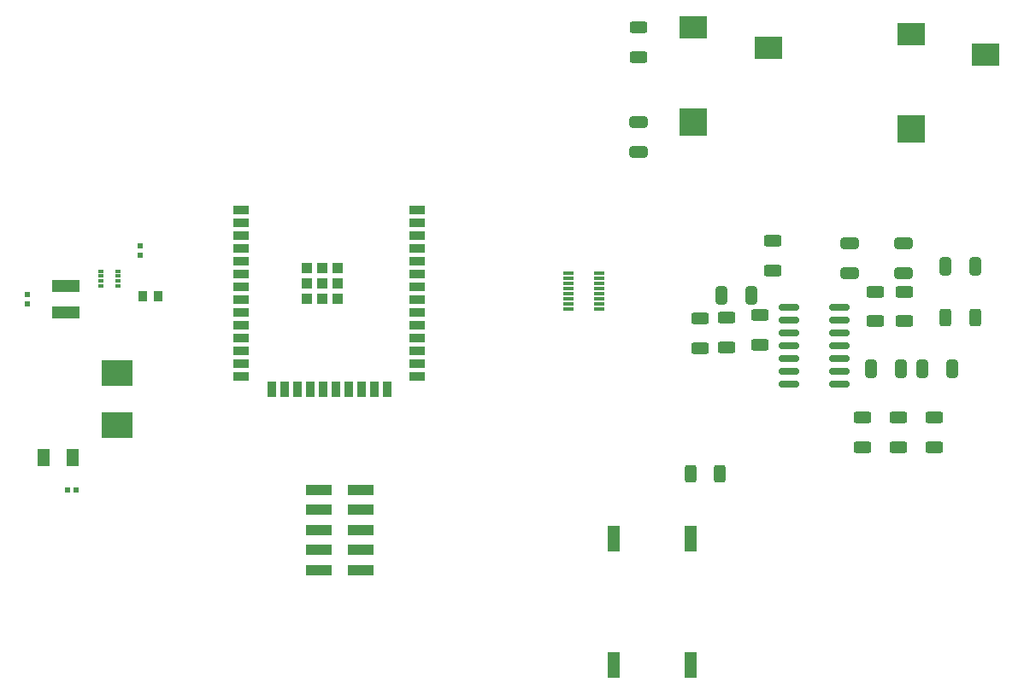
<source format=gbr>
%TF.GenerationSoftware,KiCad,Pcbnew,(6.0.11)*%
%TF.CreationDate,2023-02-28T10:49:06-05:00*%
%TF.ProjectId,RDNT_PCB,52444e54-5f50-4434-922e-6b696361645f,rev?*%
%TF.SameCoordinates,Original*%
%TF.FileFunction,Paste,Top*%
%TF.FilePolarity,Positive*%
%FSLAX46Y46*%
G04 Gerber Fmt 4.6, Leading zero omitted, Abs format (unit mm)*
G04 Created by KiCad (PCBNEW (6.0.11)) date 2023-02-28 10:49:06*
%MOMM*%
%LPD*%
G01*
G04 APERTURE LIST*
G04 Aperture macros list*
%AMRoundRect*
0 Rectangle with rounded corners*
0 $1 Rounding radius*
0 $2 $3 $4 $5 $6 $7 $8 $9 X,Y pos of 4 corners*
0 Add a 4 corners polygon primitive as box body*
4,1,4,$2,$3,$4,$5,$6,$7,$8,$9,$2,$3,0*
0 Add four circle primitives for the rounded corners*
1,1,$1+$1,$2,$3*
1,1,$1+$1,$4,$5*
1,1,$1+$1,$6,$7*
1,1,$1+$1,$8,$9*
0 Add four rect primitives between the rounded corners*
20,1,$1+$1,$2,$3,$4,$5,0*
20,1,$1+$1,$4,$5,$6,$7,0*
20,1,$1+$1,$6,$7,$8,$9,0*
20,1,$1+$1,$8,$9,$2,$3,0*%
G04 Aperture macros list end*
%ADD10RoundRect,0.250000X0.625000X-0.312500X0.625000X0.312500X-0.625000X0.312500X-0.625000X-0.312500X0*%
%ADD11RoundRect,0.250000X-0.325000X-0.650000X0.325000X-0.650000X0.325000X0.650000X-0.325000X0.650000X0*%
%ADD12R,2.580000X1.000000*%
%ADD13R,0.540000X0.600000*%
%ADD14R,1.200000X2.500000*%
%ADD15R,3.149600X2.565400*%
%ADD16R,1.500000X0.900000*%
%ADD17R,0.900000X1.500000*%
%ADD18R,1.050000X1.050000*%
%ADD19RoundRect,0.250000X0.650000X-0.325000X0.650000X0.325000X-0.650000X0.325000X-0.650000X-0.325000X0*%
%ADD20R,2.720000X1.260000*%
%ADD21R,2.800000X2.200000*%
%ADD22R,2.800000X2.800000*%
%ADD23RoundRect,0.250000X0.312500X0.625000X-0.312500X0.625000X-0.312500X-0.625000X0.312500X-0.625000X0*%
%ADD24RoundRect,0.250000X0.325000X0.650000X-0.325000X0.650000X-0.325000X-0.650000X0.325000X-0.650000X0*%
%ADD25R,0.860000X0.980000*%
%ADD26RoundRect,0.250000X-0.650000X0.325000X-0.650000X-0.325000X0.650000X-0.325000X0.650000X0.325000X0*%
%ADD27RoundRect,0.250000X-0.625000X0.312500X-0.625000X-0.312500X0.625000X-0.312500X0.625000X0.312500X0*%
%ADD28RoundRect,0.150000X0.825000X0.150000X-0.825000X0.150000X-0.825000X-0.150000X0.825000X-0.150000X0*%
%ADD29R,0.600000X0.510000*%
%ADD30R,1.250000X1.820000*%
%ADD31R,0.977900X0.304800*%
%ADD32R,0.600000X0.540000*%
%ADD33R,0.475000X0.300000*%
G04 APERTURE END LIST*
D10*
%TO.C,R12*%
X144857199Y-106445901D03*
X144857199Y-103520901D03*
%TD*%
D11*
%TO.C,C7*%
X146962199Y-101223401D03*
X149912199Y-101223401D03*
%TD*%
D12*
%TO.C,J3*%
X111252000Y-128492000D03*
X107082000Y-128492000D03*
X111252000Y-126492000D03*
X107082000Y-126492000D03*
X111252000Y-124492000D03*
X107082000Y-124492000D03*
X111252000Y-122492000D03*
X107082000Y-122492000D03*
X111252000Y-120492000D03*
X107082000Y-120492000D03*
%TD*%
D13*
%TO.C,C_inx1*%
X82194200Y-120524200D03*
X83058200Y-120524200D03*
%TD*%
D14*
%TO.C,SW1*%
X143916400Y-137872800D03*
X143916400Y-125372800D03*
X136296400Y-137872800D03*
X136296400Y-125372800D03*
%TD*%
D15*
%TO.C,L1*%
X87122000Y-114071400D03*
X87122000Y-108940600D03*
%TD*%
D10*
%TO.C,R1*%
X160985200Y-116295900D03*
X160985200Y-113370900D03*
%TD*%
D16*
%TO.C,U2*%
X99372000Y-92736000D03*
X99372000Y-94006000D03*
X99372000Y-95276000D03*
X99372000Y-96546000D03*
X99372000Y-97816000D03*
X99372000Y-99086000D03*
X99372000Y-100356000D03*
X99372000Y-101626000D03*
X99372000Y-102896000D03*
X99372000Y-104166000D03*
X99372000Y-105436000D03*
X99372000Y-106706000D03*
X99372000Y-107976000D03*
X99372000Y-109246000D03*
D17*
X102412000Y-110496000D03*
X103682000Y-110496000D03*
X104952000Y-110496000D03*
X106222000Y-110496000D03*
X107492000Y-110496000D03*
X108762000Y-110496000D03*
X110032000Y-110496000D03*
X111302000Y-110496000D03*
X112572000Y-110496000D03*
X113842000Y-110496000D03*
D16*
X116872000Y-109246000D03*
X116872000Y-107976000D03*
X116872000Y-106706000D03*
X116872000Y-105436000D03*
X116872000Y-104166000D03*
X116872000Y-102896000D03*
X116872000Y-101626000D03*
X116872000Y-100356000D03*
X116872000Y-99086000D03*
X116872000Y-97816000D03*
X116872000Y-96546000D03*
X116872000Y-95276000D03*
X116872000Y-94006000D03*
X116872000Y-92736000D03*
D18*
X107442000Y-100076000D03*
X105917000Y-101601000D03*
X107442000Y-98551000D03*
X105917000Y-98551000D03*
X105917000Y-100076000D03*
X108967000Y-98551000D03*
X108967000Y-100076000D03*
X107442000Y-101601000D03*
X108967000Y-101601000D03*
%TD*%
D19*
%TO.C,C5*%
X138750000Y-84047000D03*
X138750000Y-86997000D03*
%TD*%
D10*
%TO.C,R3*%
X164541200Y-116295900D03*
X164541200Y-113370900D03*
%TD*%
D20*
%TO.C,C_out1*%
X82042000Y-102930000D03*
X82042000Y-100270000D03*
%TD*%
D21*
%TO.C,J1*%
X173143400Y-77317800D03*
X165743400Y-75317800D03*
D22*
X165743400Y-84717800D03*
%TD*%
D23*
%TO.C,R9*%
X146843900Y-118922800D03*
X143918900Y-118922800D03*
%TD*%
D10*
%TO.C,R6*%
X147523200Y-106389900D03*
X147523200Y-103464900D03*
%TD*%
D24*
%TO.C,C6*%
X172112200Y-98323400D03*
X169162200Y-98323400D03*
%TD*%
D25*
%TO.C,R_fbt1*%
X91189000Y-101346000D03*
X89659000Y-101346000D03*
%TD*%
D23*
%TO.C,R4*%
X172099700Y-103403400D03*
X169174700Y-103403400D03*
%TD*%
D26*
%TO.C,C3*%
X165049200Y-96086400D03*
X165049200Y-99036400D03*
%TD*%
D11*
%TO.C,C2*%
X161796200Y-108483401D03*
X164746200Y-108483401D03*
%TD*%
D27*
%TO.C,R5*%
X165077199Y-100870901D03*
X165077199Y-103795901D03*
%TD*%
D22*
%TO.C,J2*%
X144190000Y-84050000D03*
D21*
X144190000Y-74650000D03*
X151590000Y-76650000D03*
%TD*%
D28*
%TO.C,U6*%
X158634200Y-110007400D03*
X158634200Y-108737400D03*
X158634200Y-107467400D03*
X158634200Y-106197400D03*
X158634200Y-104927400D03*
X158634200Y-103657400D03*
X158634200Y-102387400D03*
X153684200Y-102387400D03*
X153684200Y-103657400D03*
X153684200Y-104927400D03*
X153684200Y-106197400D03*
X153684200Y-107467400D03*
X153684200Y-108737400D03*
X153684200Y-110007400D03*
%TD*%
D29*
%TO.C,R_fbb1*%
X89408000Y-97219000D03*
X89408000Y-96329000D03*
%TD*%
D30*
%TO.C,C_in1*%
X79850000Y-117348000D03*
X82710000Y-117348000D03*
%TD*%
D31*
%TO.C,U1*%
X131794450Y-99036759D03*
X131794450Y-99536885D03*
X131794450Y-100037011D03*
X131794450Y-100537137D03*
X131794450Y-101037263D03*
X131794450Y-101537389D03*
X131794450Y-102037515D03*
X131794450Y-102537641D03*
X134880550Y-102537641D03*
X134880550Y-102037515D03*
X134880550Y-101537389D03*
X134880550Y-101037263D03*
X134880550Y-100537137D03*
X134880550Y-100037011D03*
X134880550Y-99536885D03*
X134880550Y-99036759D03*
%TD*%
D32*
%TO.C,C_boot1*%
X78232000Y-102032000D03*
X78232000Y-101168000D03*
%TD*%
D10*
%TO.C,R2*%
X168097200Y-113370900D03*
X168097200Y-116295900D03*
%TD*%
D33*
%TO.C,IC1*%
X87198000Y-98818000D03*
X87198000Y-99318000D03*
X87198000Y-99818000D03*
X87198000Y-100318000D03*
X85522000Y-100318000D03*
X85522000Y-99818000D03*
X85522000Y-99318000D03*
X85522000Y-98818000D03*
%TD*%
D26*
%TO.C,C4*%
X159715200Y-96086400D03*
X159715200Y-99036400D03*
%TD*%
D10*
%TO.C,R10*%
X162207199Y-103795901D03*
X162207199Y-100870901D03*
%TD*%
%TO.C,R11*%
X138750000Y-74639500D03*
X138750000Y-77564500D03*
%TD*%
%TO.C,R8*%
X152095200Y-98769900D03*
X152095200Y-95844900D03*
%TD*%
D27*
%TO.C,R7*%
X150825200Y-103210900D03*
X150825200Y-106135900D03*
%TD*%
D24*
%TO.C,C1*%
X169826199Y-108483401D03*
X166876199Y-108483401D03*
%TD*%
M02*

</source>
